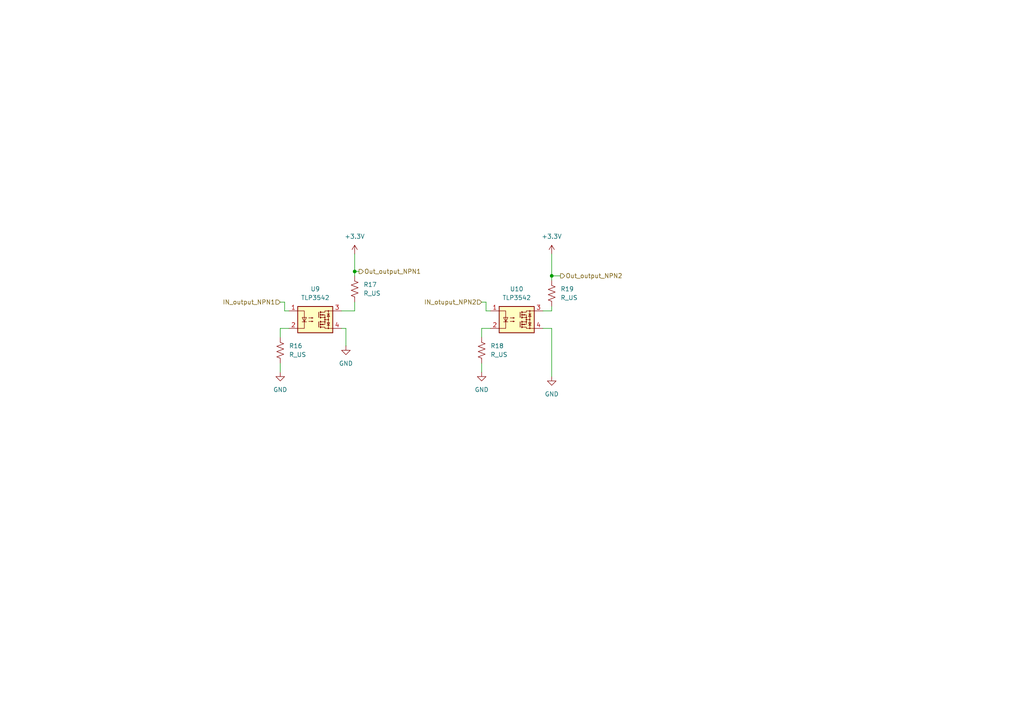
<source format=kicad_sch>
(kicad_sch
	(version 20250114)
	(generator "eeschema")
	(generator_version "9.0")
	(uuid "1f8f7a88-f920-4530-86bb-9885b2e842ee")
	(paper "A4")
	(lib_symbols
		(symbol "Device:R_US"
			(pin_numbers
				(hide yes)
			)
			(pin_names
				(offset 0)
			)
			(exclude_from_sim no)
			(in_bom yes)
			(on_board yes)
			(property "Reference" "R"
				(at 2.54 0 90)
				(effects
					(font
						(size 1.27 1.27)
					)
				)
			)
			(property "Value" "R_US"
				(at -2.54 0 90)
				(effects
					(font
						(size 1.27 1.27)
					)
				)
			)
			(property "Footprint" ""
				(at 1.016 -0.254 90)
				(effects
					(font
						(size 1.27 1.27)
					)
					(hide yes)
				)
			)
			(property "Datasheet" "~"
				(at 0 0 0)
				(effects
					(font
						(size 1.27 1.27)
					)
					(hide yes)
				)
			)
			(property "Description" "Resistor, US symbol"
				(at 0 0 0)
				(effects
					(font
						(size 1.27 1.27)
					)
					(hide yes)
				)
			)
			(property "ki_keywords" "R res resistor"
				(at 0 0 0)
				(effects
					(font
						(size 1.27 1.27)
					)
					(hide yes)
				)
			)
			(property "ki_fp_filters" "R_*"
				(at 0 0 0)
				(effects
					(font
						(size 1.27 1.27)
					)
					(hide yes)
				)
			)
			(symbol "R_US_0_1"
				(polyline
					(pts
						(xy 0 2.286) (xy 0 2.54)
					)
					(stroke
						(width 0)
						(type default)
					)
					(fill
						(type none)
					)
				)
				(polyline
					(pts
						(xy 0 2.286) (xy 1.016 1.905) (xy 0 1.524) (xy -1.016 1.143) (xy 0 0.762)
					)
					(stroke
						(width 0)
						(type default)
					)
					(fill
						(type none)
					)
				)
				(polyline
					(pts
						(xy 0 0.762) (xy 1.016 0.381) (xy 0 0) (xy -1.016 -0.381) (xy 0 -0.762)
					)
					(stroke
						(width 0)
						(type default)
					)
					(fill
						(type none)
					)
				)
				(polyline
					(pts
						(xy 0 -0.762) (xy 1.016 -1.143) (xy 0 -1.524) (xy -1.016 -1.905) (xy 0 -2.286)
					)
					(stroke
						(width 0)
						(type default)
					)
					(fill
						(type none)
					)
				)
				(polyline
					(pts
						(xy 0 -2.286) (xy 0 -2.54)
					)
					(stroke
						(width 0)
						(type default)
					)
					(fill
						(type none)
					)
				)
			)
			(symbol "R_US_1_1"
				(pin passive line
					(at 0 3.81 270)
					(length 1.27)
					(name "~"
						(effects
							(font
								(size 1.27 1.27)
							)
						)
					)
					(number "1"
						(effects
							(font
								(size 1.27 1.27)
							)
						)
					)
				)
				(pin passive line
					(at 0 -3.81 90)
					(length 1.27)
					(name "~"
						(effects
							(font
								(size 1.27 1.27)
							)
						)
					)
					(number "2"
						(effects
							(font
								(size 1.27 1.27)
							)
						)
					)
				)
			)
			(embedded_fonts no)
		)
		(symbol "TLP3542_1"
			(exclude_from_sim no)
			(in_bom yes)
			(on_board yes)
			(property "Reference" "U3"
				(at 0 8.89 0)
				(effects
					(font
						(size 1.27 1.27)
					)
				)
			)
			(property "Value" "TLP3542"
				(at 0 6.35 0)
				(effects
					(font
						(size 1.27 1.27)
					)
				)
			)
			(property "Footprint" "Package_SO:SOP-4_3.8x4.1mm_P2.54mm"
				(at 0 -7.62 0)
				(effects
					(font
						(size 1.27 1.27)
					)
					(hide yes)
				)
			)
			(property "Datasheet" "https://toshiba.semicon-storage.com/info/docget.jsp?did=1284&prodName=TLP3542"
				(at 0 0 0)
				(effects
					(font
						(size 1.27 1.27)
					)
					(hide yes)
				)
			)
			(property "Description" "Photo MOSFET optically coupled, ON 4A, 50mohm, OFF state 20V, Isolation 2500 VRMS, DIP-5-6"
				(at 0 0 0)
				(effects
					(font
						(size 1.27 1.27)
					)
					(hide yes)
				)
			)
			(property "ki_keywords" "photocouplers photorelay solidstate relay normally opened (1-Form-A)"
				(at 0 0 0)
				(effects
					(font
						(size 1.27 1.27)
					)
					(hide yes)
				)
			)
			(property "ki_fp_filters" "DIP*W7.62mm*"
				(at 0 0 0)
				(effects
					(font
						(size 1.27 1.27)
					)
					(hide yes)
				)
			)
			(symbol "TLP3542_1_0_1"
				(rectangle
					(start -5.08 3.81)
					(end 5.08 -3.81)
					(stroke
						(width 0.254)
						(type default)
					)
					(fill
						(type background)
					)
				)
				(polyline
					(pts
						(xy -5.08 2.54) (xy -3.175 2.54) (xy -3.175 -2.54) (xy -5.08 -2.54)
					)
					(stroke
						(width 0)
						(type default)
					)
					(fill
						(type none)
					)
				)
				(polyline
					(pts
						(xy -3.81 -0.635) (xy -2.54 -0.635)
					)
					(stroke
						(width 0)
						(type default)
					)
					(fill
						(type none)
					)
				)
				(polyline
					(pts
						(xy -3.175 -0.635) (xy -3.81 0.635) (xy -2.54 0.635) (xy -3.175 -0.635)
					)
					(stroke
						(width 0)
						(type default)
					)
					(fill
						(type none)
					)
				)
				(polyline
					(pts
						(xy -1.905 0.508) (xy -0.635 0.508) (xy -1.016 0.381) (xy -1.016 0.635) (xy -0.635 0.508)
					)
					(stroke
						(width 0)
						(type default)
					)
					(fill
						(type none)
					)
				)
				(polyline
					(pts
						(xy -1.905 -0.508) (xy -0.635 -0.508) (xy -1.016 -0.635) (xy -1.016 -0.381) (xy -0.635 -0.508)
					)
					(stroke
						(width 0)
						(type default)
					)
					(fill
						(type none)
					)
				)
				(polyline
					(pts
						(xy 1.016 2.159) (xy 1.016 0.635)
					)
					(stroke
						(width 0.2032)
						(type default)
					)
					(fill
						(type none)
					)
				)
				(polyline
					(pts
						(xy 1.016 -0.635) (xy 1.016 -2.159)
					)
					(stroke
						(width 0.2032)
						(type default)
					)
					(fill
						(type none)
					)
				)
				(polyline
					(pts
						(xy 1.524 2.286) (xy 1.524 2.032) (xy 1.524 2.032)
					)
					(stroke
						(width 0.3556)
						(type default)
					)
					(fill
						(type none)
					)
				)
				(polyline
					(pts
						(xy 1.524 1.524) (xy 1.524 1.27) (xy 1.524 1.27)
					)
					(stroke
						(width 0.3556)
						(type default)
					)
					(fill
						(type none)
					)
				)
				(polyline
					(pts
						(xy 1.524 0.762) (xy 1.524 0.508) (xy 1.524 0.508)
					)
					(stroke
						(width 0.3556)
						(type default)
					)
					(fill
						(type none)
					)
				)
				(polyline
					(pts
						(xy 1.524 -0.508) (xy 1.524 -0.762)
					)
					(stroke
						(width 0.3556)
						(type default)
					)
					(fill
						(type none)
					)
				)
				(polyline
					(pts
						(xy 1.524 -1.27) (xy 1.524 -1.524) (xy 1.524 -1.524)
					)
					(stroke
						(width 0.3556)
						(type default)
					)
					(fill
						(type none)
					)
				)
				(polyline
					(pts
						(xy 1.524 -2.032) (xy 1.524 -2.286) (xy 1.524 -2.286)
					)
					(stroke
						(width 0.3556)
						(type default)
					)
					(fill
						(type none)
					)
				)
				(polyline
					(pts
						(xy 1.651 2.159) (xy 2.794 2.159) (xy 2.794 2.54) (xy 5.08 2.54)
					)
					(stroke
						(width 0)
						(type default)
					)
					(fill
						(type none)
					)
				)
				(polyline
					(pts
						(xy 1.651 1.397) (xy 2.794 1.397) (xy 2.794 0.635)
					)
					(stroke
						(width 0)
						(type default)
					)
					(fill
						(type none)
					)
				)
				(polyline
					(pts
						(xy 1.651 -0.635) (xy 2.794 -0.635) (xy 2.794 0.635) (xy 1.651 0.635)
					)
					(stroke
						(width 0)
						(type default)
					)
					(fill
						(type none)
					)
				)
				(polyline
					(pts
						(xy 1.651 -1.397) (xy 2.794 -1.397) (xy 2.794 -0.635)
					)
					(stroke
						(width 0)
						(type default)
					)
					(fill
						(type none)
					)
				)
				(polyline
					(pts
						(xy 1.651 -2.159) (xy 2.794 -2.159) (xy 2.794 -2.54) (xy 5.08 -2.54)
					)
					(stroke
						(width 0)
						(type default)
					)
					(fill
						(type none)
					)
				)
				(polyline
					(pts
						(xy 1.778 1.397) (xy 2.286 1.524) (xy 2.286 1.27) (xy 1.778 1.397)
					)
					(stroke
						(width 0)
						(type default)
					)
					(fill
						(type none)
					)
				)
				(polyline
					(pts
						(xy 1.778 -1.397) (xy 2.286 -1.27) (xy 2.286 -1.524) (xy 1.778 -1.397)
					)
					(stroke
						(width 0)
						(type default)
					)
					(fill
						(type none)
					)
				)
				(circle
					(center 2.794 0.635)
					(radius 0.127)
					(stroke
						(width 0)
						(type default)
					)
					(fill
						(type none)
					)
				)
				(polyline
					(pts
						(xy 2.794 0) (xy 3.81 0)
					)
					(stroke
						(width 0)
						(type default)
					)
					(fill
						(type none)
					)
				)
				(circle
					(center 2.794 0)
					(radius 0.127)
					(stroke
						(width 0)
						(type default)
					)
					(fill
						(type none)
					)
				)
				(circle
					(center 2.794 -0.635)
					(radius 0.127)
					(stroke
						(width 0)
						(type default)
					)
					(fill
						(type none)
					)
				)
				(polyline
					(pts
						(xy 3.429 1.651) (xy 4.191 1.651)
					)
					(stroke
						(width 0)
						(type default)
					)
					(fill
						(type none)
					)
				)
				(polyline
					(pts
						(xy 3.429 -1.651) (xy 4.191 -1.651)
					)
					(stroke
						(width 0)
						(type default)
					)
					(fill
						(type none)
					)
				)
				(circle
					(center 3.81 2.54)
					(radius 0.127)
					(stroke
						(width 0)
						(type default)
					)
					(fill
						(type none)
					)
				)
				(polyline
					(pts
						(xy 3.81 1.651) (xy 3.429 0.889) (xy 4.191 0.889) (xy 3.81 1.651)
					)
					(stroke
						(width 0)
						(type default)
					)
					(fill
						(type none)
					)
				)
				(circle
					(center 3.81 0)
					(radius 0.127)
					(stroke
						(width 0)
						(type default)
					)
					(fill
						(type none)
					)
				)
				(polyline
					(pts
						(xy 3.81 -1.651) (xy 3.429 -0.889) (xy 4.191 -0.889) (xy 3.81 -1.651)
					)
					(stroke
						(width 0)
						(type default)
					)
					(fill
						(type none)
					)
				)
				(polyline
					(pts
						(xy 3.81 -2.54) (xy 3.81 2.54)
					)
					(stroke
						(width 0)
						(type default)
					)
					(fill
						(type none)
					)
				)
				(circle
					(center 3.81 -2.54)
					(radius 0.127)
					(stroke
						(width 0)
						(type default)
					)
					(fill
						(type none)
					)
				)
			)
			(symbol "TLP3542_1_1_1"
				(pin passive line
					(at -7.62 2.54 0)
					(length 2.54)
					(name "~"
						(effects
							(font
								(size 1.27 1.27)
							)
						)
					)
					(number "1"
						(effects
							(font
								(size 1.27 1.27)
							)
						)
					)
				)
				(pin passive line
					(at -7.62 -2.54 0)
					(length 2.54)
					(name "~"
						(effects
							(font
								(size 1.27 1.27)
							)
						)
					)
					(number "2"
						(effects
							(font
								(size 1.27 1.27)
							)
						)
					)
				)
				(pin no_connect line
					(at -5.08 0 0)
					(length 2.54)
					(hide yes)
					(name "~"
						(effects
							(font
								(size 1.27 1.27)
							)
						)
					)
					(number "3"
						(effects
							(font
								(size 1.27 1.27)
							)
						)
					)
				)
				(pin passive line
					(at 7.62 2.54 180)
					(length 2.54)
					(name "~"
						(effects
							(font
								(size 1.27 1.27)
							)
						)
					)
					(number "3"
						(effects
							(font
								(size 1.27 1.27)
							)
						)
					)
				)
				(pin passive line
					(at 7.62 -2.54 180)
					(length 2.54)
					(name "~"
						(effects
							(font
								(size 1.27 1.27)
							)
						)
					)
					(number "4"
						(effects
							(font
								(size 1.27 1.27)
							)
						)
					)
				)
			)
			(embedded_fonts no)
		)
		(symbol "TLP3542_2"
			(exclude_from_sim no)
			(in_bom yes)
			(on_board yes)
			(property "Reference" "U3"
				(at 0 8.89 0)
				(effects
					(font
						(size 1.27 1.27)
					)
				)
			)
			(property "Value" "TLP3542"
				(at 0 6.35 0)
				(effects
					(font
						(size 1.27 1.27)
					)
				)
			)
			(property "Footprint" "Package_SO:SOP-4_3.8x4.1mm_P2.54mm"
				(at 0 -7.62 0)
				(effects
					(font
						(size 1.27 1.27)
					)
					(hide yes)
				)
			)
			(property "Datasheet" "https://toshiba.semicon-storage.com/info/docget.jsp?did=1284&prodName=TLP3542"
				(at 0 0 0)
				(effects
					(font
						(size 1.27 1.27)
					)
					(hide yes)
				)
			)
			(property "Description" "Photo MOSFET optically coupled, ON 4A, 50mohm, OFF state 20V, Isolation 2500 VRMS, DIP-5-6"
				(at 0 0 0)
				(effects
					(font
						(size 1.27 1.27)
					)
					(hide yes)
				)
			)
			(property "ki_keywords" "photocouplers photorelay solidstate relay normally opened (1-Form-A)"
				(at 0 0 0)
				(effects
					(font
						(size 1.27 1.27)
					)
					(hide yes)
				)
			)
			(property "ki_fp_filters" "DIP*W7.62mm*"
				(at 0 0 0)
				(effects
					(font
						(size 1.27 1.27)
					)
					(hide yes)
				)
			)
			(symbol "TLP3542_2_0_1"
				(rectangle
					(start -5.08 3.81)
					(end 5.08 -3.81)
					(stroke
						(width 0.254)
						(type default)
					)
					(fill
						(type background)
					)
				)
				(polyline
					(pts
						(xy -5.08 2.54) (xy -3.175 2.54) (xy -3.175 -2.54) (xy -5.08 -2.54)
					)
					(stroke
						(width 0)
						(type default)
					)
					(fill
						(type none)
					)
				)
				(polyline
					(pts
						(xy -3.81 -0.635) (xy -2.54 -0.635)
					)
					(stroke
						(width 0)
						(type default)
					)
					(fill
						(type none)
					)
				)
				(polyline
					(pts
						(xy -3.175 -0.635) (xy -3.81 0.635) (xy -2.54 0.635) (xy -3.175 -0.635)
					)
					(stroke
						(width 0)
						(type default)
					)
					(fill
						(type none)
					)
				)
				(polyline
					(pts
						(xy -1.905 0.508) (xy -0.635 0.508) (xy -1.016 0.381) (xy -1.016 0.635) (xy -0.635 0.508)
					)
					(stroke
						(width 0)
						(type default)
					)
					(fill
						(type none)
					)
				)
				(polyline
					(pts
						(xy -1.905 -0.508) (xy -0.635 -0.508) (xy -1.016 -0.635) (xy -1.016 -0.381) (xy -0.635 -0.508)
					)
					(stroke
						(width 0)
						(type default)
					)
					(fill
						(type none)
					)
				)
				(polyline
					(pts
						(xy 1.016 2.159) (xy 1.016 0.635)
					)
					(stroke
						(width 0.2032)
						(type default)
					)
					(fill
						(type none)
					)
				)
				(polyline
					(pts
						(xy 1.016 -0.635) (xy 1.016 -2.159)
					)
					(stroke
						(width 0.2032)
						(type default)
					)
					(fill
						(type none)
					)
				)
				(polyline
					(pts
						(xy 1.524 2.286) (xy 1.524 2.032) (xy 1.524 2.032)
					)
					(stroke
						(width 0.3556)
						(type default)
					)
					(fill
						(type none)
					)
				)
				(polyline
					(pts
						(xy 1.524 1.524) (xy 1.524 1.27) (xy 1.524 1.27)
					)
					(stroke
						(width 0.3556)
						(type default)
					)
					(fill
						(type none)
					)
				)
				(polyline
					(pts
						(xy 1.524 0.762) (xy 1.524 0.508) (xy 1.524 0.508)
					)
					(stroke
						(width 0.3556)
						(type default)
					)
					(fill
						(type none)
					)
				)
				(polyline
					(pts
						(xy 1.524 -0.508) (xy 1.524 -0.762)
					)
					(stroke
						(width 0.3556)
						(type default)
					)
					(fill
						(type none)
					)
				)
				(polyline
					(pts
						(xy 1.524 -1.27) (xy 1.524 -1.524) (xy 1.524 -1.524)
					)
					(stroke
						(width 0.3556)
						(type default)
					)
					(fill
						(type none)
					)
				)
				(polyline
					(pts
						(xy 1.524 -2.032) (xy 1.524 -2.286) (xy 1.524 -2.286)
					)
					(stroke
						(width 0.3556)
						(type default)
					)
					(fill
						(type none)
					)
				)
				(polyline
					(pts
						(xy 1.651 2.159) (xy 2.794 2.159) (xy 2.794 2.54) (xy 5.08 2.54)
					)
					(stroke
						(width 0)
						(type default)
					)
					(fill
						(type none)
					)
				)
				(polyline
					(pts
						(xy 1.651 1.397) (xy 2.794 1.397) (xy 2.794 0.635)
					)
					(stroke
						(width 0)
						(type default)
					)
					(fill
						(type none)
					)
				)
				(polyline
					(pts
						(xy 1.651 -0.635) (xy 2.794 -0.635) (xy 2.794 0.635) (xy 1.651 0.635)
					)
					(stroke
						(width 0)
						(type default)
					)
					(fill
						(type none)
					)
				)
				(polyline
					(pts
						(xy 1.651 -1.397) (xy 2.794 -1.397) (xy 2.794 -0.635)
					)
					(stroke
						(width 0)
						(type default)
					)
					(fill
						(type none)
					)
				)
				(polyline
					(pts
						(xy 1.651 -2.159) (xy 2.794 -2.159) (xy 2.794 -2.54) (xy 5.08 -2.54)
					)
					(stroke
						(width 0)
						(type default)
					)
					(fill
						(type none)
					)
				)
				(polyline
					(pts
						(xy 1.778 1.397) (xy 2.286 1.524) (xy 2.286 1.27) (xy 1.778 1.397)
					)
					(stroke
						(width 0)
						(type default)
					)
					(fill
						(type none)
					)
				)
				(polyline
					(pts
						(xy 1.778 -1.397) (xy 2.286 -1.27) (xy 2.286 -1.524) (xy 1.778 -1.397)
					)
					(stroke
						(width 0)
						(type default)
					)
					(fill
						(type none)
					)
				)
				(circle
					(center 2.794 0.635)
					(radius 0.127)
					(stroke
						(width 0)
						(type default)
					)
					(fill
						(type none)
					)
				)
				(polyline
					(pts
						(xy 2.794 0) (xy 3.81 0)
					)
					(stroke
						(width 0)
						(type default)
					)
					(fill
						(type none)
					)
				)
				(circle
					(center 2.794 0)
					(radius 0.127)
					(stroke
						(width 0)
						(type default)
					)
					(fill
						(type none)
					)
				)
				(circle
					(center 2.794 -0.635)
					(radius 0.127)
					(stroke
						(width 0)
						(type default)
					)
					(fill
						(type none)
					)
				)
				(polyline
					(pts
						(xy 3.429 1.651) (xy 4.191 1.651)
					)
					(stroke
						(width 0)
						(type default)
					)
					(fill
						(type none)
					)
				)
				(polyline
					(pts
						(xy 3.429 -1.651) (xy 4.191 -1.651)
					)
					(stroke
						(width 0)
						(type default)
					)
					(fill
						(type none)
					)
				)
				(circle
					(center 3.81 2.54)
					(radius 0.127)
					(stroke
						(width 0)
						(type default)
					)
					(fill
						(type none)
					)
				)
				(polyline
					(pts
						(xy 3.81 1.651) (xy 3.429 0.889) (xy 4.191 0.889) (xy 3.81 1.651)
					)
					(stroke
						(width 0)
						(type default)
					)
					(fill
						(type none)
					)
				)
				(circle
					(center 3.81 0)
					(radius 0.127)
					(stroke
						(width 0)
						(type default)
					)
					(fill
						(type none)
					)
				)
				(polyline
					(pts
						(xy 3.81 -1.651) (xy 3.429 -0.889) (xy 4.191 -0.889) (xy 3.81 -1.651)
					)
					(stroke
						(width 0)
						(type default)
					)
					(fill
						(type none)
					)
				)
				(polyline
					(pts
						(xy 3.81 -2.54) (xy 3.81 2.54)
					)
					(stroke
						(width 0)
						(type default)
					)
					(fill
						(type none)
					)
				)
				(circle
					(center 3.81 -2.54)
					(radius 0.127)
					(stroke
						(width 0)
						(type default)
					)
					(fill
						(type none)
					)
				)
			)
			(symbol "TLP3542_2_1_1"
				(pin passive line
					(at -7.62 2.54 0)
					(length 2.54)
					(name "~"
						(effects
							(font
								(size 1.27 1.27)
							)
						)
					)
					(number "1"
						(effects
							(font
								(size 1.27 1.27)
							)
						)
					)
				)
				(pin passive line
					(at -7.62 -2.54 0)
					(length 2.54)
					(name "~"
						(effects
							(font
								(size 1.27 1.27)
							)
						)
					)
					(number "2"
						(effects
							(font
								(size 1.27 1.27)
							)
						)
					)
				)
				(pin no_connect line
					(at -5.08 0 0)
					(length 2.54)
					(hide yes)
					(name "~"
						(effects
							(font
								(size 1.27 1.27)
							)
						)
					)
					(number "3"
						(effects
							(font
								(size 1.27 1.27)
							)
						)
					)
				)
				(pin passive line
					(at 7.62 2.54 180)
					(length 2.54)
					(name "~"
						(effects
							(font
								(size 1.27 1.27)
							)
						)
					)
					(number "3"
						(effects
							(font
								(size 1.27 1.27)
							)
						)
					)
				)
				(pin passive line
					(at 7.62 -2.54 180)
					(length 2.54)
					(name "~"
						(effects
							(font
								(size 1.27 1.27)
							)
						)
					)
					(number "4"
						(effects
							(font
								(size 1.27 1.27)
							)
						)
					)
				)
			)
			(embedded_fonts no)
		)
		(symbol "power:+3.3V"
			(power)
			(pin_numbers
				(hide yes)
			)
			(pin_names
				(offset 0)
				(hide yes)
			)
			(exclude_from_sim no)
			(in_bom yes)
			(on_board yes)
			(property "Reference" "#PWR"
				(at 0 -3.81 0)
				(effects
					(font
						(size 1.27 1.27)
					)
					(hide yes)
				)
			)
			(property "Value" "+3.3V"
				(at 0 3.556 0)
				(effects
					(font
						(size 1.27 1.27)
					)
				)
			)
			(property "Footprint" ""
				(at 0 0 0)
				(effects
					(font
						(size 1.27 1.27)
					)
					(hide yes)
				)
			)
			(property "Datasheet" ""
				(at 0 0 0)
				(effects
					(font
						(size 1.27 1.27)
					)
					(hide yes)
				)
			)
			(property "Description" "Power symbol creates a global label with name \"+3.3V\""
				(at 0 0 0)
				(effects
					(font
						(size 1.27 1.27)
					)
					(hide yes)
				)
			)
			(property "ki_keywords" "global power"
				(at 0 0 0)
				(effects
					(font
						(size 1.27 1.27)
					)
					(hide yes)
				)
			)
			(symbol "+3.3V_0_1"
				(polyline
					(pts
						(xy -0.762 1.27) (xy 0 2.54)
					)
					(stroke
						(width 0)
						(type default)
					)
					(fill
						(type none)
					)
				)
				(polyline
					(pts
						(xy 0 2.54) (xy 0.762 1.27)
					)
					(stroke
						(width 0)
						(type default)
					)
					(fill
						(type none)
					)
				)
				(polyline
					(pts
						(xy 0 0) (xy 0 2.54)
					)
					(stroke
						(width 0)
						(type default)
					)
					(fill
						(type none)
					)
				)
			)
			(symbol "+3.3V_1_1"
				(pin power_in line
					(at 0 0 90)
					(length 0)
					(name "~"
						(effects
							(font
								(size 1.27 1.27)
							)
						)
					)
					(number "1"
						(effects
							(font
								(size 1.27 1.27)
							)
						)
					)
				)
			)
			(embedded_fonts no)
		)
		(symbol "power:GND"
			(power)
			(pin_numbers
				(hide yes)
			)
			(pin_names
				(offset 0)
				(hide yes)
			)
			(exclude_from_sim no)
			(in_bom yes)
			(on_board yes)
			(property "Reference" "#PWR"
				(at 0 -6.35 0)
				(effects
					(font
						(size 1.27 1.27)
					)
					(hide yes)
				)
			)
			(property "Value" "GND"
				(at 0 -3.81 0)
				(effects
					(font
						(size 1.27 1.27)
					)
				)
			)
			(property "Footprint" ""
				(at 0 0 0)
				(effects
					(font
						(size 1.27 1.27)
					)
					(hide yes)
				)
			)
			(property "Datasheet" ""
				(at 0 0 0)
				(effects
					(font
						(size 1.27 1.27)
					)
					(hide yes)
				)
			)
			(property "Description" "Power symbol creates a global label with name \"GND\" , ground"
				(at 0 0 0)
				(effects
					(font
						(size 1.27 1.27)
					)
					(hide yes)
				)
			)
			(property "ki_keywords" "global power"
				(at 0 0 0)
				(effects
					(font
						(size 1.27 1.27)
					)
					(hide yes)
				)
			)
			(symbol "GND_0_1"
				(polyline
					(pts
						(xy 0 0) (xy 0 -1.27) (xy 1.27 -1.27) (xy 0 -2.54) (xy -1.27 -1.27) (xy 0 -1.27)
					)
					(stroke
						(width 0)
						(type default)
					)
					(fill
						(type none)
					)
				)
			)
			(symbol "GND_1_1"
				(pin power_in line
					(at 0 0 270)
					(length 0)
					(name "~"
						(effects
							(font
								(size 1.27 1.27)
							)
						)
					)
					(number "1"
						(effects
							(font
								(size 1.27 1.27)
							)
						)
					)
				)
			)
			(embedded_fonts no)
		)
	)
	(junction
		(at 102.87 78.74)
		(diameter 0)
		(color 0 0 0 0)
		(uuid "47977089-e142-4573-8cf7-ad72694783ae")
	)
	(junction
		(at 160.02 80.01)
		(diameter 0)
		(color 0 0 0 0)
		(uuid "de55bcf9-5da6-458a-b334-095934ef5483")
	)
	(wire
		(pts
			(xy 160.02 95.25) (xy 160.02 109.22)
		)
		(stroke
			(width 0)
			(type default)
		)
		(uuid "0462ee7f-5cc8-4617-9fe2-064877bab2ae")
	)
	(wire
		(pts
			(xy 162.56 80.01) (xy 160.02 80.01)
		)
		(stroke
			(width 0)
			(type default)
		)
		(uuid "0941cd46-fc24-4a17-bd77-3e0495bf8aaa")
	)
	(wire
		(pts
			(xy 160.02 95.25) (xy 157.48 95.25)
		)
		(stroke
			(width 0)
			(type default)
		)
		(uuid "116bf743-b76b-461a-9535-5f28b8397bac")
	)
	(wire
		(pts
			(xy 140.97 87.63) (xy 139.7 87.63)
		)
		(stroke
			(width 0)
			(type default)
		)
		(uuid "1ba48afd-8dd0-4264-989b-c0b0ef006d98")
	)
	(wire
		(pts
			(xy 102.87 87.63) (xy 102.87 90.17)
		)
		(stroke
			(width 0)
			(type default)
		)
		(uuid "1e79655d-85ac-489f-8d84-6168899ae2fd")
	)
	(wire
		(pts
			(xy 160.02 80.01) (xy 160.02 81.28)
		)
		(stroke
			(width 0)
			(type default)
		)
		(uuid "1eccd335-4f5f-47d6-ab5a-449cfd3ec635")
	)
	(wire
		(pts
			(xy 81.28 95.25) (xy 81.28 97.79)
		)
		(stroke
			(width 0)
			(type default)
		)
		(uuid "2d111de1-f7f7-4342-801a-44c69f3aba7c")
	)
	(wire
		(pts
			(xy 102.87 78.74) (xy 102.87 80.01)
		)
		(stroke
			(width 0)
			(type default)
		)
		(uuid "34ce28c9-4388-433d-b9f1-cb5d5655b42c")
	)
	(wire
		(pts
			(xy 102.87 73.66) (xy 102.87 78.74)
		)
		(stroke
			(width 0)
			(type default)
		)
		(uuid "4256d980-1d4c-45f4-8e3b-3ad2e0bbd587")
	)
	(wire
		(pts
			(xy 139.7 95.25) (xy 139.7 97.79)
		)
		(stroke
			(width 0)
			(type default)
		)
		(uuid "45fe8476-e38d-48ee-8ceb-32e71a5ecc0a")
	)
	(wire
		(pts
			(xy 160.02 73.66) (xy 160.02 80.01)
		)
		(stroke
			(width 0)
			(type default)
		)
		(uuid "51c20749-12be-411f-800b-fb9a2f06782d")
	)
	(wire
		(pts
			(xy 102.87 78.74) (xy 104.14 78.74)
		)
		(stroke
			(width 0)
			(type default)
		)
		(uuid "5a2fc606-6944-4c89-b27a-4e6e39d38aa1")
	)
	(wire
		(pts
			(xy 81.28 105.41) (xy 81.28 107.95)
		)
		(stroke
			(width 0)
			(type default)
		)
		(uuid "5a83b831-e5ac-4629-a7ba-5ee2966634ac")
	)
	(wire
		(pts
			(xy 100.33 95.25) (xy 100.33 100.33)
		)
		(stroke
			(width 0)
			(type default)
		)
		(uuid "5aa5f8c1-ffb3-48d2-8cec-906401f9e817")
	)
	(wire
		(pts
			(xy 140.97 90.17) (xy 140.97 87.63)
		)
		(stroke
			(width 0)
			(type default)
		)
		(uuid "6585bbbf-841d-4b88-ac81-42e64099036b")
	)
	(wire
		(pts
			(xy 82.55 87.63) (xy 81.28 87.63)
		)
		(stroke
			(width 0)
			(type default)
		)
		(uuid "698aab8d-3f5d-4c53-862b-31fece38ab7e")
	)
	(wire
		(pts
			(xy 142.24 95.25) (xy 139.7 95.25)
		)
		(stroke
			(width 0)
			(type default)
		)
		(uuid "773835a6-1b10-4c2b-820c-a5c753782dc0")
	)
	(wire
		(pts
			(xy 83.82 95.25) (xy 81.28 95.25)
		)
		(stroke
			(width 0)
			(type default)
		)
		(uuid "7a01a404-bb04-4198-ab82-d75e7ed362a0")
	)
	(wire
		(pts
			(xy 139.7 105.41) (xy 139.7 107.95)
		)
		(stroke
			(width 0)
			(type default)
		)
		(uuid "92b09a47-efbc-4d38-a204-73974321cb20")
	)
	(wire
		(pts
			(xy 82.55 90.17) (xy 82.55 87.63)
		)
		(stroke
			(width 0)
			(type default)
		)
		(uuid "b4b56d85-91d2-4974-b2ab-fd775064cdfe")
	)
	(wire
		(pts
			(xy 140.97 90.17) (xy 142.24 90.17)
		)
		(stroke
			(width 0)
			(type default)
		)
		(uuid "be1b743f-2c6f-4760-ba5e-a2427e7905d6")
	)
	(wire
		(pts
			(xy 160.02 90.17) (xy 160.02 88.9)
		)
		(stroke
			(width 0)
			(type default)
		)
		(uuid "cd4272e4-12df-467b-82ad-79ba4dadc674")
	)
	(wire
		(pts
			(xy 102.87 90.17) (xy 99.06 90.17)
		)
		(stroke
			(width 0)
			(type default)
		)
		(uuid "d09b3daa-a6c9-4762-9223-f531c5979b87")
	)
	(wire
		(pts
			(xy 157.48 90.17) (xy 160.02 90.17)
		)
		(stroke
			(width 0)
			(type default)
		)
		(uuid "e5cd0017-fdd9-4612-974c-ff3c92eecb20")
	)
	(wire
		(pts
			(xy 100.33 95.25) (xy 99.06 95.25)
		)
		(stroke
			(width 0)
			(type default)
		)
		(uuid "f1a7cb5a-f39c-4829-9536-0965adfd1752")
	)
	(wire
		(pts
			(xy 82.55 90.17) (xy 83.82 90.17)
		)
		(stroke
			(width 0)
			(type default)
		)
		(uuid "f44fbcf9-6d11-49df-8406-ca0e8a017f81")
	)
	(hierarchical_label "Out_output_NPN2"
		(shape output)
		(at 162.56 80.01 0)
		(effects
			(font
				(size 1.27 1.27)
			)
			(justify left)
		)
		(uuid "5b1c1ef4-016c-4354-ae87-034a9d064e63")
	)
	(hierarchical_label "IN_otuput_NPN2"
		(shape input)
		(at 139.7 87.63 180)
		(effects
			(font
				(size 1.27 1.27)
			)
			(justify right)
		)
		(uuid "6f28951b-0584-4b8b-a4b3-11a68a87d51c")
	)
	(hierarchical_label "Out_output_NPN1"
		(shape output)
		(at 104.14 78.74 0)
		(effects
			(font
				(size 1.27 1.27)
			)
			(justify left)
		)
		(uuid "8b7e623a-acdd-4cba-8974-edce7cf420e9")
	)
	(hierarchical_label "IN_output_NPN1"
		(shape input)
		(at 81.28 87.63 180)
		(effects
			(font
				(size 1.27 1.27)
			)
			(justify right)
		)
		(uuid "d98d7509-f51e-4f61-a3f6-5d10c7950952")
	)
	(symbol
		(lib_id "Device:R_US")
		(at 139.7 101.6 0)
		(unit 1)
		(exclude_from_sim no)
		(in_bom yes)
		(on_board yes)
		(dnp no)
		(fields_autoplaced yes)
		(uuid "0fa1f2e8-e235-47bb-84f8-4acdfd8f77ad")
		(property "Reference" "R18"
			(at 142.24 100.3299 0)
			(effects
				(font
					(size 1.27 1.27)
				)
				(justify left)
			)
		)
		(property "Value" "R_US"
			(at 142.24 102.8699 0)
			(effects
				(font
					(size 1.27 1.27)
				)
				(justify left)
			)
		)
		(property "Footprint" "Resistor_SMD:R_0603_1608Metric"
			(at 140.716 101.854 90)
			(effects
				(font
					(size 1.27 1.27)
				)
				(hide yes)
			)
		)
		(property "Datasheet" "~"
			(at 139.7 101.6 0)
			(effects
				(font
					(size 1.27 1.27)
				)
				(hide yes)
			)
		)
		(property "Description" "Resistor, US symbol"
			(at 139.7 101.6 0)
			(effects
				(font
					(size 1.27 1.27)
				)
				(hide yes)
			)
		)
		(pin "2"
			(uuid "c2d1cfd9-6b2f-486d-bdc7-0c558d8fe545")
		)
		(pin "1"
			(uuid "a61f85ba-e33a-4a94-aeec-22a84561e79b")
		)
		(instances
			(project "ZorionX-Nivara"
				(path "/ae5c9891-8291-492e-8a61-8ac340267b67/d47eca49-96e4-4138-8979-47bb60019f67/a861ea7e-2f53-4357-9b1d-7e48dc96ca0d"
					(reference "R18")
					(unit 1)
				)
			)
		)
	)
	(symbol
		(lib_id "power:GND")
		(at 160.02 109.22 0)
		(unit 1)
		(exclude_from_sim no)
		(in_bom yes)
		(on_board yes)
		(dnp no)
		(fields_autoplaced yes)
		(uuid "1ce1319a-d4dd-4e47-9de0-df51b00302a1")
		(property "Reference" "#PWR041"
			(at 160.02 115.57 0)
			(effects
				(font
					(size 1.27 1.27)
				)
				(hide yes)
			)
		)
		(property "Value" "GND"
			(at 160.02 114.3 0)
			(effects
				(font
					(size 1.27 1.27)
				)
			)
		)
		(property "Footprint" ""
			(at 160.02 109.22 0)
			(effects
				(font
					(size 1.27 1.27)
				)
				(hide yes)
			)
		)
		(property "Datasheet" ""
			(at 160.02 109.22 0)
			(effects
				(font
					(size 1.27 1.27)
				)
				(hide yes)
			)
		)
		(property "Description" "Power symbol creates a global label with name \"GND\" , ground"
			(at 160.02 109.22 0)
			(effects
				(font
					(size 1.27 1.27)
				)
				(hide yes)
			)
		)
		(pin "1"
			(uuid "38d51ff6-937e-4a80-ac0d-c16f9b00e447")
		)
		(instances
			(project "ZorionX-Nivara"
				(path "/ae5c9891-8291-492e-8a61-8ac340267b67/d47eca49-96e4-4138-8979-47bb60019f67/a861ea7e-2f53-4357-9b1d-7e48dc96ca0d"
					(reference "#PWR041")
					(unit 1)
				)
			)
		)
	)
	(symbol
		(lib_id "Device:R_US")
		(at 81.28 101.6 0)
		(unit 1)
		(exclude_from_sim no)
		(in_bom yes)
		(on_board yes)
		(dnp no)
		(fields_autoplaced yes)
		(uuid "3d6036dd-aa25-4137-8f24-b6386755f1ff")
		(property "Reference" "R16"
			(at 83.82 100.3299 0)
			(effects
				(font
					(size 1.27 1.27)
				)
				(justify left)
			)
		)
		(property "Value" "R_US"
			(at 83.82 102.8699 0)
			(effects
				(font
					(size 1.27 1.27)
				)
				(justify left)
			)
		)
		(property "Footprint" "Resistor_SMD:R_0603_1608Metric"
			(at 82.296 101.854 90)
			(effects
				(font
					(size 1.27 1.27)
				)
				(hide yes)
			)
		)
		(property "Datasheet" "~"
			(at 81.28 101.6 0)
			(effects
				(font
					(size 1.27 1.27)
				)
				(hide yes)
			)
		)
		(property "Description" "Resistor, US symbol"
			(at 81.28 101.6 0)
			(effects
				(font
					(size 1.27 1.27)
				)
				(hide yes)
			)
		)
		(pin "2"
			(uuid "b3cf35f6-afe2-40e9-8434-21ca8c83f1bb")
		)
		(pin "1"
			(uuid "c30f188a-97d0-4be4-bb85-4740d2f8ebbc")
		)
		(instances
			(project "ZorionX-Nivara"
				(path "/ae5c9891-8291-492e-8a61-8ac340267b67/d47eca49-96e4-4138-8979-47bb60019f67/a861ea7e-2f53-4357-9b1d-7e48dc96ca0d"
					(reference "R16")
					(unit 1)
				)
			)
		)
	)
	(symbol
		(lib_id "Device:R_US")
		(at 102.87 83.82 0)
		(unit 1)
		(exclude_from_sim no)
		(in_bom yes)
		(on_board yes)
		(dnp no)
		(fields_autoplaced yes)
		(uuid "4e1047a8-2428-48e8-8711-b38522315cb7")
		(property "Reference" "R17"
			(at 105.41 82.5499 0)
			(effects
				(font
					(size 1.27 1.27)
				)
				(justify left)
			)
		)
		(property "Value" "R_US"
			(at 105.41 85.0899 0)
			(effects
				(font
					(size 1.27 1.27)
				)
				(justify left)
			)
		)
		(property "Footprint" "Resistor_SMD:R_0603_1608Metric"
			(at 103.886 84.074 90)
			(effects
				(font
					(size 1.27 1.27)
				)
				(hide yes)
			)
		)
		(property "Datasheet" "~"
			(at 102.87 83.82 0)
			(effects
				(font
					(size 1.27 1.27)
				)
				(hide yes)
			)
		)
		(property "Description" "Resistor, US symbol"
			(at 102.87 83.82 0)
			(effects
				(font
					(size 1.27 1.27)
				)
				(hide yes)
			)
		)
		(pin "2"
			(uuid "1b0c2487-6fb9-4ab9-be77-89164d2d03af")
		)
		(pin "1"
			(uuid "85c60892-5832-4f99-b4d9-9159350fa82e")
		)
		(instances
			(project "ZorionX-Nivara"
				(path "/ae5c9891-8291-492e-8a61-8ac340267b67/d47eca49-96e4-4138-8979-47bb60019f67/a861ea7e-2f53-4357-9b1d-7e48dc96ca0d"
					(reference "R17")
					(unit 1)
				)
			)
		)
	)
	(symbol
		(lib_id "power:GND")
		(at 100.33 100.33 0)
		(unit 1)
		(exclude_from_sim no)
		(in_bom yes)
		(on_board yes)
		(dnp no)
		(fields_autoplaced yes)
		(uuid "5059ac34-8f86-41b2-b76f-de52c92fb513")
		(property "Reference" "#PWR037"
			(at 100.33 106.68 0)
			(effects
				(font
					(size 1.27 1.27)
				)
				(hide yes)
			)
		)
		(property "Value" "GND"
			(at 100.33 105.41 0)
			(effects
				(font
					(size 1.27 1.27)
				)
			)
		)
		(property "Footprint" ""
			(at 100.33 100.33 0)
			(effects
				(font
					(size 1.27 1.27)
				)
				(hide yes)
			)
		)
		(property "Datasheet" ""
			(at 100.33 100.33 0)
			(effects
				(font
					(size 1.27 1.27)
				)
				(hide yes)
			)
		)
		(property "Description" "Power symbol creates a global label with name \"GND\" , ground"
			(at 100.33 100.33 0)
			(effects
				(font
					(size 1.27 1.27)
				)
				(hide yes)
			)
		)
		(pin "1"
			(uuid "6e4ce8f4-5821-405a-a10f-8706496858cc")
		)
		(instances
			(project "ZorionX-Nivara"
				(path "/ae5c9891-8291-492e-8a61-8ac340267b67/d47eca49-96e4-4138-8979-47bb60019f67/a861ea7e-2f53-4357-9b1d-7e48dc96ca0d"
					(reference "#PWR037")
					(unit 1)
				)
			)
		)
	)
	(symbol
		(lib_id "power:GND")
		(at 81.28 107.95 0)
		(unit 1)
		(exclude_from_sim no)
		(in_bom yes)
		(on_board yes)
		(dnp no)
		(fields_autoplaced yes)
		(uuid "510ae4b2-fd3b-43a7-bda9-78099b37cbe0")
		(property "Reference" "#PWR036"
			(at 81.28 114.3 0)
			(effects
				(font
					(size 1.27 1.27)
				)
				(hide yes)
			)
		)
		(property "Value" "GND"
			(at 81.28 113.03 0)
			(effects
				(font
					(size 1.27 1.27)
				)
			)
		)
		(property "Footprint" ""
			(at 81.28 107.95 0)
			(effects
				(font
					(size 1.27 1.27)
				)
				(hide yes)
			)
		)
		(property "Datasheet" ""
			(at 81.28 107.95 0)
			(effects
				(font
					(size 1.27 1.27)
				)
				(hide yes)
			)
		)
		(property "Description" "Power symbol creates a global label with name \"GND\" , ground"
			(at 81.28 107.95 0)
			(effects
				(font
					(size 1.27 1.27)
				)
				(hide yes)
			)
		)
		(pin "1"
			(uuid "323e0ad7-af02-497e-ae25-5e7da0f547e2")
		)
		(instances
			(project "ZorionX-Nivara"
				(path "/ae5c9891-8291-492e-8a61-8ac340267b67/d47eca49-96e4-4138-8979-47bb60019f67/a861ea7e-2f53-4357-9b1d-7e48dc96ca0d"
					(reference "#PWR036")
					(unit 1)
				)
			)
		)
	)
	(symbol
		(lib_id "power:+3.3V")
		(at 160.02 73.66 0)
		(unit 1)
		(exclude_from_sim no)
		(in_bom yes)
		(on_board yes)
		(dnp no)
		(fields_autoplaced yes)
		(uuid "6f9b6bd0-04d7-443d-bb0b-6d69e7f155b5")
		(property "Reference" "#PWR040"
			(at 160.02 77.47 0)
			(effects
				(font
					(size 1.27 1.27)
				)
				(hide yes)
			)
		)
		(property "Value" "+3.3V"
			(at 160.02 68.58 0)
			(effects
				(font
					(size 1.27 1.27)
				)
			)
		)
		(property "Footprint" ""
			(at 160.02 73.66 0)
			(effects
				(font
					(size 1.27 1.27)
				)
				(hide yes)
			)
		)
		(property "Datasheet" ""
			(at 160.02 73.66 0)
			(effects
				(font
					(size 1.27 1.27)
				)
				(hide yes)
			)
		)
		(property "Description" "Power symbol creates a global label with name \"+3.3V\""
			(at 160.02 73.66 0)
			(effects
				(font
					(size 1.27 1.27)
				)
				(hide yes)
			)
		)
		(pin "1"
			(uuid "d88f6905-e4a1-48ac-b0a6-50610592bec0")
		)
		(instances
			(project "ZorionX-Nivara_V1.4"
				(path "/ae5c9891-8291-492e-8a61-8ac340267b67/d47eca49-96e4-4138-8979-47bb60019f67/a861ea7e-2f53-4357-9b1d-7e48dc96ca0d"
					(reference "#PWR040")
					(unit 1)
				)
			)
		)
	)
	(symbol
		(lib_id "Device:R_US")
		(at 160.02 85.09 0)
		(unit 1)
		(exclude_from_sim no)
		(in_bom yes)
		(on_board yes)
		(dnp no)
		(fields_autoplaced yes)
		(uuid "811a03f7-7b7b-43eb-85a4-295c3080a1c6")
		(property "Reference" "R19"
			(at 162.56 83.8199 0)
			(effects
				(font
					(size 1.27 1.27)
				)
				(justify left)
			)
		)
		(property "Value" "R_US"
			(at 162.56 86.3599 0)
			(effects
				(font
					(size 1.27 1.27)
				)
				(justify left)
			)
		)
		(property "Footprint" "Resistor_SMD:R_0603_1608Metric"
			(at 161.036 85.344 90)
			(effects
				(font
					(size 1.27 1.27)
				)
				(hide yes)
			)
		)
		(property "Datasheet" "~"
			(at 160.02 85.09 0)
			(effects
				(font
					(size 1.27 1.27)
				)
				(hide yes)
			)
		)
		(property "Description" "Resistor, US symbol"
			(at 160.02 85.09 0)
			(effects
				(font
					(size 1.27 1.27)
				)
				(hide yes)
			)
		)
		(pin "2"
			(uuid "dc670826-5f93-408b-a099-5984b2d99b13")
		)
		(pin "1"
			(uuid "53e28e69-415e-4acf-80c6-5cc5fc566ed1")
		)
		(instances
			(project "ZorionX-Nivara"
				(path "/ae5c9891-8291-492e-8a61-8ac340267b67/d47eca49-96e4-4138-8979-47bb60019f67/a861ea7e-2f53-4357-9b1d-7e48dc96ca0d"
					(reference "R19")
					(unit 1)
				)
			)
		)
	)
	(symbol
		(lib_id "power:+3.3V")
		(at 102.87 73.66 0)
		(unit 1)
		(exclude_from_sim no)
		(in_bom yes)
		(on_board yes)
		(dnp no)
		(fields_autoplaced yes)
		(uuid "8a995fac-046c-4b9c-bc6e-9d699a9eb660")
		(property "Reference" "#PWR038"
			(at 102.87 77.47 0)
			(effects
				(font
					(size 1.27 1.27)
				)
				(hide yes)
			)
		)
		(property "Value" "+3.3V"
			(at 102.87 68.58 0)
			(effects
				(font
					(size 1.27 1.27)
				)
			)
		)
		(property "Footprint" ""
			(at 102.87 73.66 0)
			(effects
				(font
					(size 1.27 1.27)
				)
				(hide yes)
			)
		)
		(property "Datasheet" ""
			(at 102.87 73.66 0)
			(effects
				(font
					(size 1.27 1.27)
				)
				(hide yes)
			)
		)
		(property "Description" "Power symbol creates a global label with name \"+3.3V\""
			(at 102.87 73.66 0)
			(effects
				(font
					(size 1.27 1.27)
				)
				(hide yes)
			)
		)
		(pin "1"
			(uuid "086fe24a-b989-4671-a54a-22d72a69fb48")
		)
		(instances
			(project "ZorionX-Nivara_V1.4"
				(path "/ae5c9891-8291-492e-8a61-8ac340267b67/d47eca49-96e4-4138-8979-47bb60019f67/a861ea7e-2f53-4357-9b1d-7e48dc96ca0d"
					(reference "#PWR038")
					(unit 1)
				)
			)
		)
	)
	(symbol
		(lib_id "power:GND")
		(at 139.7 107.95 0)
		(unit 1)
		(exclude_from_sim no)
		(in_bom yes)
		(on_board yes)
		(dnp no)
		(fields_autoplaced yes)
		(uuid "99710505-cdce-4080-bab9-04771312b4ff")
		(property "Reference" "#PWR039"
			(at 139.7 114.3 0)
			(effects
				(font
					(size 1.27 1.27)
				)
				(hide yes)
			)
		)
		(property "Value" "GND"
			(at 139.7 113.03 0)
			(effects
				(font
					(size 1.27 1.27)
				)
			)
		)
		(property "Footprint" ""
			(at 139.7 107.95 0)
			(effects
				(font
					(size 1.27 1.27)
				)
				(hide yes)
			)
		)
		(property "Datasheet" ""
			(at 139.7 107.95 0)
			(effects
				(font
					(size 1.27 1.27)
				)
				(hide yes)
			)
		)
		(property "Description" "Power symbol creates a global label with name \"GND\" , ground"
			(at 139.7 107.95 0)
			(effects
				(font
					(size 1.27 1.27)
				)
				(hide yes)
			)
		)
		(pin "1"
			(uuid "fb53eb66-b6f3-468c-bf5e-2c4e1c92c653")
		)
		(instances
			(project "ZorionX-Nivara"
				(path "/ae5c9891-8291-492e-8a61-8ac340267b67/d47eca49-96e4-4138-8979-47bb60019f67/a861ea7e-2f53-4357-9b1d-7e48dc96ca0d"
					(reference "#PWR039")
					(unit 1)
				)
			)
		)
	)
	(symbol
		(lib_name "TLP3542_1")
		(lib_id "Relay_SolidState:TLP3542")
		(at 91.44 92.71 0)
		(unit 1)
		(exclude_from_sim no)
		(in_bom yes)
		(on_board yes)
		(dnp no)
		(fields_autoplaced yes)
		(uuid "ae01d992-9107-48c9-a69b-47204b1076c3")
		(property "Reference" "U9"
			(at 91.44 83.82 0)
			(effects
				(font
					(size 1.27 1.27)
				)
			)
		)
		(property "Value" "TLP3542"
			(at 91.44 86.36 0)
			(effects
				(font
					(size 1.27 1.27)
				)
			)
		)
		(property "Footprint" "Package_SO:SOP-4_3.8x4.1mm_P2.54mm"
			(at 91.44 100.33 0)
			(effects
				(font
					(size 1.27 1.27)
				)
				(hide yes)
			)
		)
		(property "Datasheet" "https://toshiba.semicon-storage.com/info/docget.jsp?did=1284&prodName=TLP3542"
			(at 91.44 92.71 0)
			(effects
				(font
					(size 1.27 1.27)
				)
				(hide yes)
			)
		)
		(property "Description" "Photo MOSFET optically coupled, ON 4A, 50mohm, OFF state 20V, Isolation 2500 VRMS, DIP-5-6"
			(at 91.44 92.71 0)
			(effects
				(font
					(size 1.27 1.27)
				)
				(hide yes)
			)
		)
		(pin "3"
			(uuid "4baa1288-9b67-4d2c-a895-f348268d7967")
		)
		(pin "2"
			(uuid "dd185907-2a55-4bb4-b331-95d6122cb31e")
		)
		(pin "4"
			(uuid "caab17c8-0330-462b-bbec-ad7172d3a352")
		)
		(pin "3"
			(uuid "661074b6-9e49-4232-b06d-4d70fccc384e")
		)
		(pin "1"
			(uuid "f43ab2df-2ad4-44c5-a2bd-6756c02b7c3e")
		)
		(instances
			(project "ZorionX-Nivara_V1.4"
				(path "/ae5c9891-8291-492e-8a61-8ac340267b67/d47eca49-96e4-4138-8979-47bb60019f67/a861ea7e-2f53-4357-9b1d-7e48dc96ca0d"
					(reference "U9")
					(unit 1)
				)
			)
		)
	)
	(symbol
		(lib_name "TLP3542_2")
		(lib_id "Relay_SolidState:TLP3542")
		(at 149.86 92.71 0)
		(unit 1)
		(exclude_from_sim no)
		(in_bom yes)
		(on_board yes)
		(dnp no)
		(fields_autoplaced yes)
		(uuid "ea450a49-52fe-4f03-be6f-ca73fa9a90a1")
		(property "Reference" "U10"
			(at 149.86 83.82 0)
			(effects
				(font
					(size 1.27 1.27)
				)
			)
		)
		(property "Value" "TLP3542"
			(at 149.86 86.36 0)
			(effects
				(font
					(size 1.27 1.27)
				)
			)
		)
		(property "Footprint" "Package_SO:SOP-4_3.8x4.1mm_P2.54mm"
			(at 149.86 100.33 0)
			(effects
				(font
					(size 1.27 1.27)
				)
				(hide yes)
			)
		)
		(property "Datasheet" "https://toshiba.semicon-storage.com/info/docget.jsp?did=1284&prodName=TLP3542"
			(at 149.86 92.71 0)
			(effects
				(font
					(size 1.27 1.27)
				)
				(hide yes)
			)
		)
		(property "Description" "Photo MOSFET optically coupled, ON 4A, 50mohm, OFF state 20V, Isolation 2500 VRMS, DIP-5-6"
			(at 149.86 92.71 0)
			(effects
				(font
					(size 1.27 1.27)
				)
				(hide yes)
			)
		)
		(pin "3"
			(uuid "e5737034-abc9-4b84-a432-60f3e4ca2b96")
		)
		(pin "2"
			(uuid "488cf973-f8c0-4342-b9f1-6c02d12b4f37")
		)
		(pin "4"
			(uuid "2faa3a43-8ecb-43f2-be0a-240bbbb87548")
		)
		(pin "3"
			(uuid "09824016-9856-4f31-81c1-b5a9e0c515b4")
		)
		(pin "1"
			(uuid "909ec204-e3b4-4d99-8923-fe21d9878339")
		)
		(instances
			(project "ZorionX-Nivara_V1.4"
				(path "/ae5c9891-8291-492e-8a61-8ac340267b67/d47eca49-96e4-4138-8979-47bb60019f67/a861ea7e-2f53-4357-9b1d-7e48dc96ca0d"
					(reference "U10")
					(unit 1)
				)
			)
		)
	)
)

</source>
